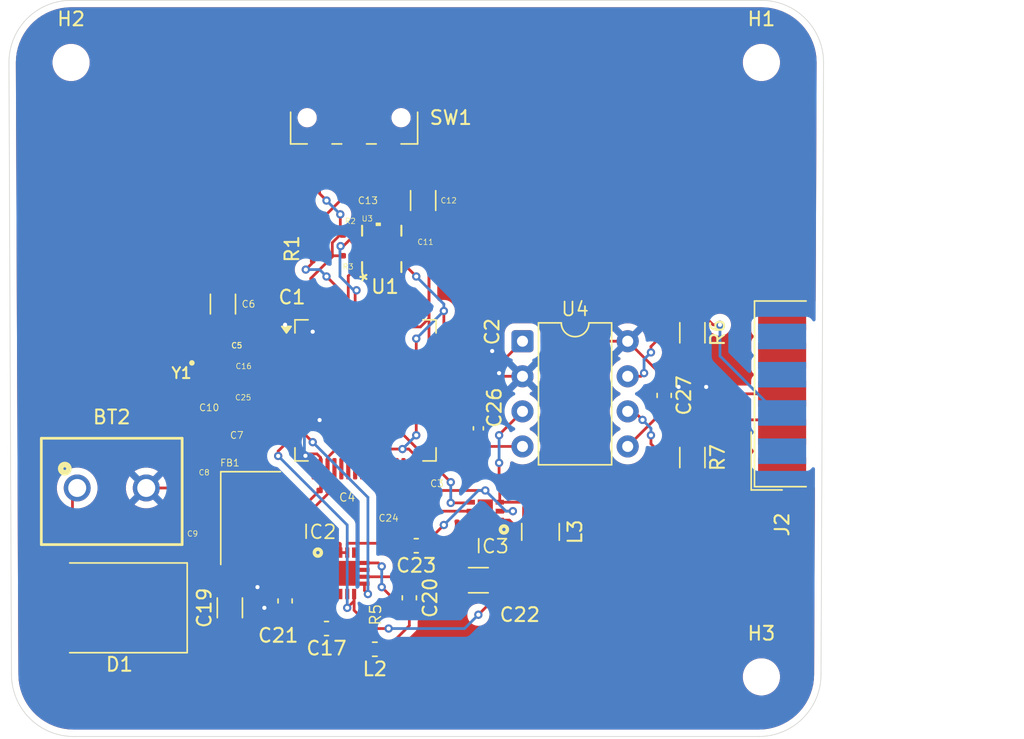
<source format=kicad_pcb>
(kicad_pcb (version 20241229) (generator "pcbnew") (generator_version "9.0")
  (layers (0 "F.Cu" signal) (2 "B.Cu" signal) (13 "F.Paste" user) (15 "B.Paste" user) (5 "F.SilkS" user "F.Silkscreen") (7 "B.SilkS" user "B.Silkscreen") (1 "F.Mask" user) (3 "B.Mask" user) (25 "Edge.Cuts" user))
  (net 0 "")
  (net 1 "+3.3V")
  (net 2 "GND")
  (net 3 "+3.3VA")
  (net 4 "/NRST")
  (net 5 "+3.3 V")
  (net 6 "Net-(U1-PH0)")
  (net 7 "Net-(C17-Pad2)")
  (net 8 "+5V")
  (net 9 "/Bat")
  (net 10 "Net-(IC2-BST)")
  (net 11 "Net-(IC2-VSW_2)")
  (net 12 "Net-(U1-VCAP_1)")
  (net 13 "Net-(U1-PH1)")
  (net 14 "/CAN_RXD")
  (net 15 "Net-(U4-SPLIT)")
  (net 18 "/PG")
  (net 25 "/EN")
  (net 26 "/BYP")
  (net 27 "Net-(IC3-SW)")
  (net 29 "Net-(U4-CANL)")
  (net 31 "Net-(U4-CANH)")
  (net 36 "/BOOT0")
  (net 37 "/SWBOOT0")
  (net 38 "/SCL")
  (net 39 "/SDA")
  (net 40 "Net-(R6-Pad2)")
  (net 47 "/CAN_TXD")
  (net 87 "Net-(BT2-+)")
  (footprint "Capacitor_SMD:C_1206_3216Metric" (layer "F.Cu") (at 102 74 -90)
    (property "Reference" "C12")
    (property "Value" "10uF")
  )
  (footprint "Custom_FP:ASM330LHHTR - IMU" (layer "F.Cu") (at 99 77.5 90)
    (property "Reference" "U3")
    (property "Value" "ASM330LHHTR - IMU" (hide yes))
  )
  (footprint "Diode_SMD:D_SMC" (layer "F.Cu") (at 80 103.5 180)
    (property "Reference" "D1")
    (property "Value" "D_Schottky")
  )
  (footprint "Capacitor_SMD:C_1206_3216Metric" (layer "F.Cu") (at 106 101.5 180)
    (property "Reference" "C22")
    (property "Value" "10uF")
  )
  (footprint "Capacitor_SMD:C_0603_1608Metric" (layer "F.Cu") (at 101.5 99 180)
    (property "Reference" "C23")
    (property "Value" "22uF")
  )
  (footprint "MountingHole:MountingHole_2.2mm_M2" (layer "F.Cu") (at 126.5 64)
    (property "Reference" "H1")
    (property "Value" "MountingHole")
  )
  (footprint "Capacitor_SMD:C_0201_0603Metric" (layer "F.Cu") (at 94.82 95 180)
    (property "Reference" "C4")
    (property "Value" "100n")
  )
  (footprint "Resistor_SMD:R_0201_0603Metric" (layer "F.Cu") (at 97.5 104.5 -90)
    (property "Reference" "R5")
    (property "Value" "10K")
  )
  (footprint "Capacitor_SMD:C_0201_0603Metric" (layer "F.Cu") (at 86.345 94.5 180)
    (property "Reference" "C8")
    (property "Value" "1u")
  )
  (footprint "Capacitor_SMD:C_0201_0603Metric" (layer "F.Cu") (at 100.5 96)
    (property "Reference" "C24")
    (property "Value" "4.7uF")
  )
  (footprint "Resistor_SMD:R_1206_3216Metric" (layer "F.Cu") (at 121.5 92.615 -90)
    (property "Reference" "R7")
    (property "Value" "60")
  )
  (footprint "Custom_FP:TPS61291DRVR" (layer "F.Cu") (at 106.5 96.5 180)
    (property "Reference" "IC3")
    (property "Value" "TPS61291DRVR" (hide yes))
  )
  (footprint "Crystal:Crystal_SMD_0603-4Pin_6.0x3.5mm" (layer "F.Cu") (at 89.5 97 -90)
    (property "Reference" "FB1")
    (property "Value" "FerriteBead")
  )
  (footprint "Inductor_SMD:L_0603_1608Metric" (layer "F.Cu") (at 98.5 106.5 180)
    (property "Reference" "L2")
    (property "Value" "4.7uH")
  )
  (footprint "Capacitor_SMD:C_0603_1608Metric" (layer "F.Cu") (at 119.4575 88.115 -90)
    (property "Reference" "C27")
    (property "Value" "4700pF")
  )
  (footprint "Capacitor_SMD:C_0201_0603Metric" (layer "F.Cu") (at 105.5 84 -90)
    (property "Reference" "C2")
    (property "Value" "100n")
  )
  (footprint "Custom_FP:OSCCC200X160X50N" (layer "F.Cu") (at 87 86.5)
    (property "Reference" "Y1")
    (property "Value" "CX2016SA16000D0GSSCC")
  )
  (footprint "Capacitor_SMD:C_0402_1005Metric" (layer "F.Cu") (at 106 90.5 -90)
    (property "Reference" "C26")
    (property "Value" "30pF")
  )
  (footprint "Capacitor_SMD:C_0201_0603Metric" (layer "F.Cu") (at 90 86 90)
    (property "Reference" "C16")
    (property "Value" "8pF")
  )
  (footprint "Resistor_SMD:R_0201_0603Metric" (layer "F.Cu") (at 96.5 76.5)
    (property "Reference" "R2")
    (property "Value" "10k")
  )
  (footprint "MountingHole:MountingHole_2.2mm_M2" (layer "F.Cu") (at 76.5 64)
    (property "Reference" "H2")
    (property "Value" "MountingHole")
  )
  (footprint "Custom_FP:TS30011-M050QFNR" (layer "F.Cu") (at 96.25 101)
    (property "Reference" "IC2")
    (property "Value" "TS30011-M050QFNR" (hide yes))
  )
  (footprint "Capacitor_SMD:C_1206_3216Metric" (layer "F.Cu") (at 87.5 81.5 -90)
    (property "Reference" "C6")
    (property "Value" "10u")
  )
  (footprint "MountingHole:MountingHole_2.2mm_M2" (layer "F.Cu") (at 126.5 108.5)
    (property "Reference" "H3")
    (property "Value" "MountingHole")
  )
  (footprint "Custom_FP:691137710002" (layer "F.Cu") (at 79.4435 94.8185)
    (property "Reference" "BT2")
    (property "Value" "Battery_Cell")
  )
  (footprint "Package_DIP:DIP-8_W7.62mm" (layer "F.Cu") (at 109.195 84.19)
    (property "Reference" "U4")
    (property "Value" "MCP2561-E-P")
  )
  (footprint "Capacitor_SMD:C_1206_3216Metric" (layer "F.Cu") (at 88 103.5 90)
    (property "Reference" "C19")
    (property "Value" "10uF")
  )
  (footprint "Capacitor_SMD:C_0603_1608Metric" (layer "F.Cu") (at 101 102.775 -90)
    (property "Reference" "C20")
    (property "Value" "200nF")
  )
  (footprint "Capacitor_SMD:C_0201_0603Metric" (layer "F.Cu") (at 101.5 95 180)
    (property "Reference" "C3")
    (property "Value" "100n")
  )
  (footprint "Resistor_SMD:R_0201_0603Metric" (layer "F.Cu") (at 96.5 78)
    (property "Reference" "R3")
    (property "Value" "10k")
  )
  (footprint "Button_Switch_SMD:SW_SPDT_CK_JS102011SAQN" (layer "F.Cu") (at 97 68 180)
    (property "Reference" "SW1")
    (property "Value" "BootSW")
  )
  (footprint "Capacitor_SMD:C_0201_0603Metric" (layer "F.Cu") (at 99.5 75)
    (property "Reference" "C13")
    (property "Value" "100nF")
  )
  (footprint "Capacitor_SMD:C_0201_0603Metric" (layer "F.Cu") (at 101 77.5 90)
    (property "Reference" "C11")
    (property "Value" "100nF")
  )
  (footprint "Capacitor_SMD:C_0201_0603Metric" (layer "F.Cu") (at 88.32 89 180)
    (property "Reference" "C10")
    (property "Value" "100n")
  )
  (footprint "Capacitor_SMD:C_0603_1608Metric" (layer "F.Cu") (at 95 105 180)
    (property "Reference" "C17")
    (property "Value" "22uF")
  )
  (footprint "Capacitor_SMD:C_0201_0603Metric" (layer "F.Cu") (at 86.18 99 180)
    (property "Reference" "C9")
    (property "Value" "1u")
  )
  (footprint "Package_QFP:LQFP-64_10x10mm_P0.5mm" (layer "F.Cu") (at 97.825 87.75)
    (property "Reference" "U1")
    (property "Value" "STM32F446RETx")
  )
  (footprint "Capacitor_SMD:C_0201_0603Metric" (layer "F.Cu") (at 90 87.5 -90)
    (property "Reference" "C25")
    (property "Value" "8pF")
  )
  (footprint "Resistor_SMD:R_1206_3216Metric" (layer "F.Cu") (at 121.5 83.5775 -90)
    (property "Reference" "R6")
    (property "Value" "60")
  )
  (footprint "Resistor_SMD:R_0201_0603Metric" (layer "F.Cu") (at 94 78 -90)
    (property "Reference" "R1")
    (property "Value" "10K")
  )
  (footprint "Capacitor_SMD:C_0201_0603Metric" (layer "F.Cu") (at 89.82 84 90)
    (property "Reference" "C5")
    (property "Value" "100n")
  )
  (footprint "Capacitor_SMD:C_0201_0603Metric" (layer "F.Cu") (at 94.18 80.5)
    (property "Reference" "C1")
    (property "Value" "100n")
  )
  (footprint "Capacitor_SMD:C_0603_1608Metric" (layer "F.Cu") (at 92 103 90)
    (property "Reference" "C21")
    (property "Value" "22uF")
  )
  (footprint "Inductor_SMD:L_1210_3225Metric" (layer "F.Cu") (at 110.5 98 -90)
    (property "Reference" "L3")
    (property "Value" "3.3uH")
  )
  (footprint "Connector_Dsub:DSUB-9_Pins_EdgeMount_P2.77mm" (layer "F.Cu") (at 128 88 90)
    (property "Reference" "J2")
    (property "Value" "DE9_Pins")
  )
  (footprint "Capacitor_SMD:C_0201_0603Metric" (layer "F.Cu") (at 90 90.82 90)
    (property "Reference" "C7")
    (property "Value" "10n")
  )
  (gr_line (start 126.5 59.5) (end 76.5 59.5) (stroke (width 0.05)) (layer "Edge.Cuts"))
  (gr_line (start 126.318019 112.818019) (end 76.681981 112.818019) (stroke (width 0.05)) (layer "Edge.Cuts"))
  (gr_line (start 131 64) (end 130.818018 108.318019) (stroke (width 0.05)) (layer "Edge.Cuts"))
  (gr_arc (start 72 64) (mid 73.318019 60.818019) (end 76.5 59.5) (stroke (width 0.05)) (layer "Edge.Cuts"))
  (gr_arc (start 126.5 59.5) (mid 129.681981 60.818019) (end 131 64) (stroke (width 0.05)) (layer "Edge.Cuts"))
  (gr_arc (start 76.681981 112.818019) (mid 73.5 111.5) (end 72.181981 108.318019) (stroke (width 0.05)) (layer "Edge.Cuts"))
  (gr_line (start 72 64) (end 72.181982 108.318019) (stroke (width 0.05)) (layer "Edge.Cuts"))
  (gr_arc (start 130.818019 108.318019) (mid 129.5 111.5) (end 126.318019 112.818019) (stroke (width 0.05)) (layer "Edge.Cuts"))
  (segment (start 96.481001 75.999) (end 97.11887 75.999) (width 0.2) (layer "F.Cu") (net 1))
  (segment (start 95.5 78) (end 96.18 78) (width 0.2) (layer "F.Cu") (net 1))
  (segment (start 99.9563 77.999999) (end 99.394244 77.999999) (width 0.2) (layer "F.Cu") (net 1))
  (segment (start 97.543699 76.5) (end 98.0437 77.000001) (width 0.2) (layer "F.Cu") (net 1))
  (segment (start 95.14 95.199999) (end 92.340999 97.999) (width 0.2) (layer "F.Cu") (net 1))
  (segment (start 95.418694 77.051476) (end 95.418694 77.918694) (width 0.2) (layer "F.Cu") (net 1))
  (segment (start 102.275 99) (end 102.275 98.725) (width 0.2) (layer "F.Cu") (net 1))
  (segment (start 97.11887 75.999) (end 97.543699 76.423829) (width 0.2) (layer "F.Cu") (net 1))
  (segment (start 101.82 95) (end 101.82 93.67) (width 0.2) (layer "F.Cu") (net 1))
  (segment (start 97.543699 76.423829) (end 97.543699 76.5) (width 0.2) (layer "F.Cu") (net 1))
  (segment (start 90.019999 84.32) (end 90.339999 84) (width 0.2) (layer "F.Cu") (net 1))
  (segment (start 103.82 83.68) (end 103.5 84) (width 0.2) (layer "F.Cu") (net 1))
  (segment (start 101 77.82) (end 100.69899 78.12101) (width 0.2) (layer "F.Cu") (net 1))
  (segment (start 100.958824 92) (end 100.5 92) (width 0.2) (layer "F.Cu") (net 1))
  (segment (start 98.0437 77.000001) (end 98.609759 77.000001) (width 0.2) (layer "F.Cu") (net 1))
  (segment (start 95.075 92.616176) (end 95.075 93.425) (width 0.2) (layer "F.Cu") (net 1))
  (segment (start 98.609759 77.000001) (end 98.75 77.140242) (width 0.2) (layer "F.Cu") (net 1))
  (segment (start 94.5 73.5) (end 95 74) (width 0.2) (layer "F.Cu") (net 1))
  (segment (start 103.5 82) (end 103.5 84) (width 0.2) (layer "F.Cu") (net 1))
  (segment (start 94.5 70.75) (end 94.5 73.5) (width 0.2) (layer "F.Cu") (net 1))
  (segment (start 100.820001 77.999999) (end 101 77.82) (width 0.2) (layer "F.Cu") (net 1))
  (segment (start 102.275 98.725) (end 103.5 97.5) (width 0.2) (layer "F.Cu") (net 1))
  (segment (start 96.18 76.300001) (end 96.481001 75.999) (width 0.2) (layer "F.Cu") (net 1))
  (segment (start 95.14 95) (end 95.075 94.935) (width 0.2) (layer "F.Cu") (net 1))
  (segment (start 99.25 78.144243) (end 99.25 78.7103) (width 0.2) (layer "F.Cu") (net 1))
  (segment (start 96.18 76.5) (end 95.97017 76.5) (width 0.2) (layer "F.Cu") (net 1))
  (segment (start 92.340999 97.999) (end 89.501 97.999) (width 0.2) (layer "F.Cu") (net 1))
  (segment (start 88.1 99) (end 88.3 99.2) (width 0.2) (layer "F.Cu") (net 1))
  (segment (start 95.97017 76.5) (end 95.418694 77.051476) (width 0.2) (layer "F.Cu") (net 1))
  (segment (start 98.75 77.140242) (end 98.75 78.7103) (width 0.2) (layer "F.Cu") (net 1))
  (segment (start 95.5 78) (end 93.86 79.64) (width 0.2) (layer "F.Cu") (net 1))
  (segment (start 87.5 80.025) (end 93.385 80.025) (width 0.2) (layer "F.Cu") (net 1))
  (segment (start 93.86 81.86) (end 93.86 80.5) (width 0.2) (layer "F.Cu") (net 1))
  (segment (start 101.82 93.67) (end 101.575 93.425) (width 0.2) (layer "F.Cu") (net 1))
  (segment (start 99.394244 77.999999) (end 99.25 78.144243) (width 0.2) (layer "F.Cu") (net 1))
  (segment (start 89.82 84.32) (end 90.019999 84.32) (width 0.2) (layer "F.Cu") (net 1))
  (segment (start 100.5 92) (end 95.691176 92) (width 0.2) (layer "F.Cu") (net 1))
  (segment (start 96.18 76.5) (end 96.18 76.300001) (width 0.2) (layer "F.Cu") (net 1))
  (segment (start 86.5 99) (end 88.1 99) (width 0.2) (layer "F.Cu") (net 1))
  (segment (start 95.691176 92) (end 95.075 92.616176) (width 0.2) (layer "F.Cu") (net 1))
  (segment (start 105.5 83.68) (end 103.82 83.68) (width 0.2) (layer "F.Cu") (net 1))
  (segment (start 101.82 95) (end 106.5 95) (width 0.2) (layer "F.Cu") (net 1))
  (segment (start 94.075 82.075) (end 92.15 84) (width 0.2) (layer "F.Cu") (net 1))
  (segment (start 93.86 79.64) (end 93.86 80.5) (width 0.2) (layer "F.Cu") (net 1))
  (segment (start 93.385 80.025) (end 93.86 80.5) (width 0.2) (layer "F.Cu") (net 1))
  (segment (start 99.25 78.7103) (end 98.75 78.7103) (width 0.2) (layer "F.Cu") (net 1))
  (segment (start 95.14 95) (end 95.14 95.199999) (width 0.2) (layer "F.Cu") (net 1))
  (segment (start 89.501 97.999) (end 88.3 99.2) (width 0.2) (layer "F.Cu") (net 1))
  (segment (start 96 75) (end 96 76.32) (width 0.2) (layer "F.Cu") (net 1))
  (segment (start 90.339999 84) (end 92.15 84) (width 0.2) (layer "F.Cu") (net 1))
  (segment (start 94.075 82.075) (end 93.86 81.86) (width 0.2) (layer "F.Cu") (net 1))
  (segment (start 101.575 93.425) (end 101.575 92.616176) (width 0.2) (layer "F.Cu") (net 1))
  (segment (start 95.418694 77.918694) (end 95.5 78) (width 0.2) (layer "F.Cu") (net 1))
  (segment (start 101.575 92.616176) (end 100.958824 92) (width 0.2) (layer "F.Cu") (net 1))
  (segment (start 96 76.32) (end 96.18 76.5) (width 0.2) (layer "F.Cu") (net 1))
  (segment (start 101.5 91) (end 101.5 84) (width 0.2) (layer "F.Cu") (net 1))
  (segment (start 95.075 94.935) (end 95.075 93.425) (width 0.2) (layer "F.Cu") (net 1))
  (segment (start 108.5 96.5) (end 107.55 96.5) (width 0.2) (layer "F.Cu") (net 1))
  (segment (start 99.9563 77.999999) (end 100.820001 77.999999) (width 0.2) (layer "F.Cu") (net 1))
  (segment (start 100.69899 78.69899) (end 101.5 79.5) (width 0.2) (layer "F.Cu") (net 1))
  (segment (start 100.69899 78.12101) (end 100.69899 78.69899) (width 0.2) (layer "F.Cu") (net 1))
  (via (at 95 74) (size 0.6) (drill 0.3) (layers "F.Cu" "B.Cu") (net 1))
  (via (at 101.5 84) (size 0.6) (drill 0.3) (layers "F.Cu" "B.Cu") (net 1))
  (via (at 103.5 97.5) (size 0.6) (drill 0.3) (layers "F.Cu" "B.Cu") (net 1))
  (via (at 96 75) (size 0.6) (drill 0.3) (layers "F.Cu" "B.Cu") (net 1))
  (via (at 100.5 92) (size 0.6) (drill 0.3) (layers "F.Cu" "B.Cu") (net 1))
  (via (at 101.5 91) (size 0.6) (drill 0.3) (layers "F.Cu" "B.Cu") (net 1))
  (via (at 108.5 96.5) (size 0.6) (drill 0.3) (layers "F.Cu" "B.Cu") (net 1))
  (via (at 106.5 95) (size 0.6) (drill 0.3) (layers "F.Cu" "B.Cu") (net 1))
  (via (at 103.5 82) (size 0.6) (drill 0.3) (layers "F.Cu" "B.Cu") (net 1))
  (via (at 101.5 79.5) (size 0.6) (drill 0.3) (layers "F.Cu" "B.Cu") (net 1))
  (segment (start 106.5 95) (end 108 96.5) (width 0.2) (layer "B.Cu") (net 1))
  (segment (start 108 96.5) (end 108.5 96.5) (width 0.2) (layer "B.Cu") (net 1))
  (segment (start 106 95) (end 106.5 95) (width 0.2) (layer "B.Cu") (net 1))
  (segment (start 103.5 81.5) (end 103.5 82) (width 0.2) (layer "B.Cu") (net 1))
  (segment (start 103.5 97.5) (end 106 95) (width 0.2) (layer "B.Cu") (net 1))
  (segment (start 101.5 84) (end 103.5 82) (width 0.2) (layer "B.Cu") (net 1))
  (segment (start 100.5 92) (end 101.5 91) (width 0.2) (layer "B.Cu") (net 1))
  (segment (start 101.5 79.5) (end 103.5 81.5) (width 0.2) (layer "B.Cu") (net 1))
  (segment (start 96 75) (end 95 74) (width 0.2) (layer "B.Cu") (net 1))
  (segment (start 94.307824 92.349) (end 93.613728 92.349) (width 0.2) (layer "F.Cu") (net 2))
  (segment (start 92.15 89.5) (end 94.1 89.5) (width 0.2) (layer "F.Cu") (net 2))
  (segment (start 101.18 95) (end 101.075 94.895) (width 0.2) (layer "F.Cu") (net 2))
  (segment (start 88.205 83.68) (end 87.5 82.975) (width 0.2) (layer "F.Cu") (net 2))
  (segment (start 106 88) (end 107.5 86.5) (width 0.2) (layer "F.Cu") (net 2))
  (segment (start 93.613728 92.349) (end 93.474399 92.488329) (width 0.2) (layer "F.Cu") (net 2))
  (segment (start 90.5 83) (end 92 83) (width 0.2) (layer "F.Cu") (net 2))
  (segment (start 90 102) (end 93.176 98.824) (width 0.2) (layer "F.Cu") (net 2))
  (segment (start 89.975 102.025) (end 88 102.025) (width 0.2) (layer "F.Cu") (net 2))
  (segment (start 105.45 97.15) (end 105.45 100.575) (width 0.2) (layer "F.Cu") (net 2))
  (segment (start 90 87.18) (end 90 86.32) (width 0.2) (layer "F.Cu") (net 2))
  (segment (start 94.575 93.425) (end 94.575 92.616176) (width 0.2) (layer "F.Cu") (net 2))
  (segment (start 88.659001 96.001) (end 85.86 98.800001) (width 0.2) (layer "F.Cu") (net 2))
  (segment (start 93.499 96.001) (end 88.659001 96.001) (width 0.2) (layer "F.Cu") (net 2))
  (segment (start 99.9563 77.000001) (end 99.394244 77.000001) (width 0.2) (layer "F.Cu") (net 2))
  (segment (start 105.45 100.575) (end 104.525 101.5) (width 0.2) (layer "F.Cu") (net 2))
  (segment (start 105.45 96.5) (end 106.5 96.5) (width 0.2) (layer "F.Cu") (net 2))
  (segment (start 94.575 80.575) (end 94.575 82.075) (width 0.2) (layer "F.Cu") (net 2))
  (segment (start 101 76.475) (end 101 77.18) (width 0.2) (layer "F.Cu") (net 2))
  (segment (start 94.842176 83.151) (end 101.807824 83.151) (width 0.2) (layer "F.Cu") (net 2))
  (segment (start 119.4575 87.34) (end 120.34 87.34) (width 0.2) (layer "F.Cu") (net 2))
  (segment (start 111.735 84.19) (end 109.195 86.73) (width 0.2) (layer "F.Cu") (net 2))
  (segment (start 94.5 95) (end 94.575 94.925) (width 0.2) (layer "F.Cu") (net 2))
  (segment (start 96 99.5) (end 96.5 99.5) (width 0.2) (layer "F.Cu") (net 2))
  (segment (start 89.01 87.18) (end 87.59 85.76) (width 0.2) (layer "F.Cu") (net 2))
  (segment (start 90 102) (end 89.975 102.025) (width 0.2) (layer "F.Cu") (net 2))
  (segment (start 100.725 96.095) (end 100.82 96) (width 0.2) (layer "F.Cu") (net 2))
  (segment (start 95.951 98.824) (end 96 98.873) (width 0.2) (layer "F.Cu") (net 2))
  (segment (start 91.775 102.225) (end 90.5 103.5) (width 0.2) (layer "F.Cu") (net 2))
  (segment (start 101 77.18) (end 100.136299 77.18) (width 0.2) (layer "F.Cu") (net 2))
  (segment (start 96.5 98.873) (end 96.5 99.5) (width 0.2) (layer "F.Cu") (net 2))
  (segment (start 99.18 71.07) (end 99.18 75) (width 0.2) (layer "F.Cu") (net 2))
  (segment (start 85.774 84.701) (end 85.774 86.604) (width 0.2) (layer "F.Cu") (net 2))
  (segment (start 107.73 86.73) (end 107.5 86.5) (width 0.2) (layer "F.Cu") (net 2))
  (segment (start 99.25 76.855757) (end 99.25 76.2897) (width 0.2) (layer "F.Cu") (net 2))
  (segment (start 88 88.83) (end 86.41 87.24) (width 0.2) (layer "F.Cu") (net 2))
  (segment (start 89.300001 90.5) (end 88 89.199999) (width 0.2) (layer "F.Cu") (net 2))
  (segment (start 81.9435 94.8185) (end 85.7065 94.8185) (width 0.2) (layer "F.Cu") (net 2))
  (segment (start 94.575 94.925) (end 94.575 93.425) (width 0.2) (layer "F.Cu") (net 2))
  (segment (start 102.424 82.534824) (end 102.424 78.44413) (width 0.2) (layer "F.Cu") (net 2))
  (segment (start 107 84.9) (end 106.08 84.9) (width 0.2) (layer "F.Cu") (net 2))
  (segment (start 94.575 92.616176) (end 94.307824 92.349) (width 0.2) (layer "F.Cu") (net 2))
  (segment (start 85.7065 94.8185) (end 86.025 94.5) (width 0.2) (layer "F.Cu") (net 2))
  (segment (start 101.15987 77.18) (end 102.424 78.44413) (width 0.2) (layer "F.Cu") (net 2))
  (segment (start 100.82 95.559999) (end 100.82 96) (width 0.2) (layer "F.Cu") (net 2))
  (segment (start 90 90.5) (end 91 89.5) (width 0.2) (layer "F.Cu") (net 2))
  (segment (start 99.25 75.07) (end 99.25 76.2897) (width 0.2) (layer "F.Cu") (net 2))
  (segment (start 100.725 99) (end 100.725 96.095) (width 0.2) (layer "F.Cu") (net 2))
  (segment (start 94.624 82.932824) (end 94.842176 83.151) (width 0.2) (layer "F.Cu") (net 2))
  (segment (start 101.18 95.199999) (end 101.18 95) (width 0.2) (layer "F.Cu") (net 2))
  (segment (start 122.5 87.5) (end 123 88) (width 0.2) (layer "F.Cu") (net 2))
  (segment (start 89.82 83.68) (end 90.5 83) (width 0.2) (layer "F.Cu") (net 2))
  (segment (start 105.45 97.15) (end 105.45 96.5) (width 0.2) (layer "F.Cu") (net 2))
  (segment (start 87.59 86.06) (end 86.41 87.24) (width 0.2) (layer "F.Cu") (net 2))
  (segment (start 93.176 98.824) (end 95.951 98.824) (width 0.2) (layer "F.Cu") (net 2))
  (segment (start 106 90.02) (end 106 88) (width 0.2) (layer "F.Cu") (net 2))
  (segment (start 101 77.18) (end 101.15987 77.18) (width 0.2) (layer "F.Cu") (net 2))
  (segment (start 102.480001 96.5) (end 101.18 95.199999) (width 0.2) (layer "F.Cu") (net 2))
  (segment (start 102.424 78.44413) (end 102.424 84.232824) (width 0.2) (layer "F.Cu") (net 2))
  (segment (start 94.624 80.624) (end 94.624 82.932824) (width 0.2) (layer "F.Cu") (net 2))
  (segment (start 96 98.873) (end 96 99.5) (width 0.2) (layer "F.Cu") (net 2))
  (segment (start 88 89) (end 88 88.83) (width 0.2) (layer "F.Cu") (net 2))
  (segment (start 101 77.18) (end 100.2763 77.18) (width 0.2) (layer "F.Cu") (net 2))
  (segment (start 120.34 87.34) (end 120.5 87.5) (width 0.2) (layer "F.Cu") (net 2))
  (segment (start 100.136299 77.18) (end 99.9563 77.000001) (width 0.2) (layer "F.Cu") (net 2))
  (segment (start 94 83.5) (end 94.575 82.925) (width 0.2) (layer "F.Cu") (net 2))
  (segment (start 106.08 84.9) (end 105.5 84.32) (width 0.2) (layer "F.Cu") (net 2))
  (segment (start 101.807824 83.151) (end 102.424 82.534824) (width 0.2) (layer "F.Cu") (net 2))
  (segment (start 119.4575 86.8325) (end 116.815 84.19) (width 0.2) (layer "F.Cu") (net 2))
  (segment (start 100.549 98.824) (end 96.549 98.824) (width 0.2) (layer "F.Cu") (net 2))
  (segment (start 94.5 80.5) (end 94.624 80.624) (width 0.2) (layer "F.Cu") (net 2))
  (segment (start 86.025 94.5) (end 86.025 98.635001) (width 0.2) (layer "F.Cu") (net 2))
  (segment (start 94.5 95) (end 93.499 96.001) (width 0.2) (layer "F.Cu") (net 2))
  (segment (start 105.32 84.5) (end 103.5 84.5) (width 0.2) (layer "F.Cu") (net 2))
  (segment (start 92 102.225) (end 91.775 102.225) (width 0.2) (layer "F.Cu") (net 2))
  (segment (start 86.025 98.635001) (end 85.86 98.800001) (width 0.2) (layer "F.Cu") (net 2))
  (segment (start 109.195 86.73) (end 107.73 86.73) (width 0.2) (layer "F.Cu") (net 2))
  (segment (start 88 89.199999) (end 88 89) (width 0.2) (layer "F.Cu") (net 2))
  (segment (start 85.86 98.800001) (end 85.86 99) (width 0.2) (layer "F.Cu") (net 2))
  (segment (start 123 88) (end 128 88) (width 0.2) (layer "F.Cu") (net 2))
  (segment (start 116.815 84.19) (end 111.735 84.19) (width 0.2) (layer "F.Cu") (net 2))
  (segment (start 96.549 98.824) (end 96.5 98.873) (width 0.2) (layer "F.Cu") (net 2))
  (segment (start 101.075 94.895) (end 101.075 93.425) (width 0.2) (layer "F.Cu") (net 2))
  (segment (start 90 90.5) (end 89.300001 90.5) (width 0.2) (layer "F.Cu") (net 2))
  (segment (start 102.691176 84.5) (end 103.5 84.5) (width 0.2) (layer "F.Cu") (net 2))
  (segment (start 85.774 86.604) (end 86.41 87.24) (width 0.2) (layer "F.Cu") (net 2))
  (segment (start 94.5 80.5) (end 94.575 80.575) (width 0.2) (layer "F.Cu") (net 2))
  (segment (start 92.475 101.75) (end 92 102.225) (width 0.2) (layer "F.Cu") (net 2))
  (segment (start 99.5 70.75) (end 99.18 71.07) (width 0.2) (layer "F.Cu") (net 2))
  (segment (start 87.59 85.76) (end 87.59 86.06) (width 0.2) (layer "F.Cu") (net 2))
  (segment (start 94.575 82.925) (end 94.575 82.075) (width 0.2) (layer "F.Cu") (net 2))
  (segment (start 100.2763 77.18) (end 99.9563 77.5) (width 0.2) (layer "F.Cu") (net 2))
  (segment (start 89.82 83.68) (end 88.205 83.68) (width 0.2) (layer "F.Cu") (net 2))
  (segment (start 102 75.475) (end 101 76.475) (width 0.2) (layer "F.Cu") (net 2))
  (segment (start 101.18 95.199999) (end 100.82 95.559999) (width 0.2) (layer "F.Cu") (net 2))
  (segment (start 99.18 75) (end 99.25 75.07) (width 0.2) (layer "F.Cu") (net 2))
  (segment (start 91 89.5) (end 92.15 89.5) (width 0.2) (layer "F.Cu") (net 2))
  (segment (start 94.1 89.5) (end 94.5 89.9) (width 0.2) (layer "F.Cu") (net 2))
  (segment (start 85.86 99) (end 85.86 99.885) (width 0.2) (layer "F.Cu") (net 2))
  (segment (start 99.394244 77.000001) (end 99.25 76.855757) (width 0.2) (layer "F.Cu") (net 2))
  (segment (start 85.86 99.885) (end 88 102.025) (width 0.2) (layer "F.Cu") (net 2))
  (segment (start 100.725 99) (end 100.549 98.824) (width 0.2) (layer "F.Cu") (net 2))
  (segment (start 105.45 96.5) (end 102.480001 96.5) (width 0.2) (layer "F.Cu") (net 2))
  (segment (start 87.5 82.975) (end 85.774 84.701) (width 0.2) (layer "F.Cu") (net 2))
  (segment (start 119.4575 87.34) (end 119.4575 86.8325) (width 0.2) (layer "F.Cu") (net 2))
  (segment (start 102.424 84.232824) (end 102.691176 84.5) (width 0.2) (layer "F.Cu") (net 2))
  (segment (start 105.5 84.32) (end 105.32 84.5) (width 0.2) (layer "F.Cu") (net 2))
  (segment (start 94.75 101.75) (end 92.475 101.75) (width 0.2) (layer "F.Cu") (net 2))
  (segment (start 90 87.18) (end 89.01 87.18) (width 0.2) (layer "F.Cu") (net 2))
  (via (at 94.5 89.9) (size 0.6) (drill 0.3) (layers "F.Cu" "B.Cu") (net 2))
  (via (at 107 84.9) (size 0.6) (drill 0.3) (layers "F.Cu" "B.Cu") (net 2))
  (via (at 90 102) (size 0.6) (drill 0.3) (layers "F.Cu" "B.Cu") (net 2))
  (via (at 94 83.5) (size 0.6) (drill 0.3) (layers "F.Cu" "B.Cu") (net 2))
  (via (at 90.5 103.5) (size 0.6) (drill 0.3) (layers "F.Cu" "B.Cu") (net 2))
  (via (at 120.5 87.5) (size 0.6) (drill 0.3) (layers "F.Cu" "B.Cu") (net 2))
  (via (at 107.5 86.5) (size 0.6) (drill 0.3) (layers "F.Cu" "B.Cu") (net 2))
  (via (at 122.5 87.5) (size 0.6) (drill 0.3) (layers "F.Cu" "B.Cu") (net 2))
  (via (at 92 83) (size 0.6) (drill 0.3) (layers "F.Cu" "B.Cu") (net 2))
  (via (at 93.474399 92.488329) (size 0.6) (drill 0.3) (layers "F.Cu" "B.Cu") (net 2))
  (segment (start 93.5 83) (end 94 83.5) (width 0.2) (layer "B.Cu") (net 2))
  (segment (start 93.474399 92.497741) (end 93.474399 92.488329) (width 0.2) (layer "B.Cu") (net 2))
  (segment (start 94.5 89.9) (end 93.399 91.001) (width 0.2) (layer "B.Cu") (net 2))
  (segment (start 90.5 103.5) (end 90.5 102.5) (width 0.2) (layer "B.Cu") (net 2))
  (segment (start 90.5 102.5) (end 90 102) (width 0.2) (layer "B.Cu") (net 2))
  (segment (start 107.5 85.4) (end 107 84.9) (width 0.2) (layer "B.Cu") (net 2))
  (segment (start 93.5 92.5) (end 93.476658 92.5) (width 0.2) (layer "B.Cu") (net 2))
  (segment (start 122.5 87.5) (end 120.5 87.5) (width 0.2) (layer "B.Cu") (net 2))
  (segment (start 93.399 91.001) (end 93.399 92.399) (width 0.2) (layer "B.Cu") (net 2))
  (segment (start 93.476658 92.5) (end 93.474399 92.497741) (width 0.2) (layer "B.Cu") (net 2))
  (segment (start 93.399 92.399) (end 93.5 92.5) (width 0.2) (layer "B.Cu") (net 2))
  (segment (start 107.5 86.5) (end 107.5 85.4) (width 0.2) (layer "B.Cu") (net 2))
  (segment (start 92 83) (end 93.5 83) (width 0.2) (layer "B.Cu") (net 2))
  (segment (start 90 93.1) (end 88.3 94.8) (width 0.2) (layer "F.Cu") (net 3))
  (segment (start 90 91.14) (end 90.201176 91.14) (width 0.2) (layer "F.Cu") (net 3))
  (segment (start 90 91.14) (end 90 93.1) (width 0.2) (layer "F.Cu") (net 3))
  (segment (start 86.665 94.5) (end 88 94.5) (width 0.2) (layer "F.Cu") (net 3))
  (segment (start 88 94.5) (end 88.3 94.8) (width 0.2) (layer "F.Cu") (net 3))
  (segment (start 91.341176 90) (end 92.15 90) (width 0.2) (layer "F.Cu") (net 3))
  (segment (start 90.201176 91.14) (end 91.341176 90) (width 0.2) (layer "F.Cu") (net 3))
  (segment (start 91.341176 87) (end 92.15 87) (width 0.2) (layer "F.Cu") (net 4))
  (segment (start 89.806824 89) (end 91.074 87.732824) (width 0.2) (layer "F.Cu") (net 4))
  (segment (start 88.64 89) (end 89.806824 89) (width 0.2) (layer "F.Cu") (net 4))
  (segment (start 91.074 87.732824) (end 91.074 87.267176) (width 0.2) (layer "F.Cu") (net 4))
  (segment (start 91.074 87.267176) (end 91.341176 87) (width 0.2) (layer "F.Cu") (net 4))
  (segment (start 99.82 74.705) (end 99.82 75) (width 0.2) (layer "F.Cu") (net 5))
  (segment (start 99.82 76.219701) (end 99.750001 76.2897) (width 0.2) (layer "F.Cu") (net 5))
  (segment (start 102 72.525) (end 99.82 74.705) (width 0.2) (layer "F.Cu") (net 5))
  (segment (start 99.82 75) (end 99.82 76.219701) (width 0.2) (layer "F.Cu") (net 5))
  (segment (start 89.334 85.014) (end 87.156 85.014) (width 0.2) (layer "F.Cu") (net 6))
  (segment (start 90 85.68) (end 89.334 85.014) (width 0.2) (layer "F.Cu") (net 6))
  (segment (start 87.156 85.014) (end 86.41 85.76) (width 0.2) (layer "F.Cu") (net 6))
  (segment (start 90 85.68) (end 91.021176 85.68) (width 0.2) (layer "F.Cu") (net 6))
  (segment (start 91.341176 86) (end 92.15 86) (width 0.2) (layer "F.Cu") (net 6))
  (segment (start 91.021176 85.68) (end 91.341176 86) (width 0.2) (layer "F.Cu") (net 6))
  (segment (start 92 103.775) (end 93 103.775) (width 0.2) (layer "F.Cu") (net 7))
  (segment (start 93 103.775) (end 94.225 105) (width 0.2) (layer "F.Cu") (net 7))
  (segment (start 110.63616 101.5) (end 112.126 100.01016) (width 0.2) (layer "F.Cu") (net 8))
  (segment (start 107.5 93) (end 107.5 94) (width 0.2) (layer "F.Cu") (net 8))
  (segment (start 95.5 102.5) (end 95.5 104.725) (width 0.2) (layer "F.Cu") (net 8))
  (segment (start 110.5 96.6) (end 109.75 95.85) (width 0.2) (layer "F.Cu") (net 8))
  (segment (start 107.475 102.525) (end 106 104) (width 0.2) (layer "F.Cu") (net 8))
  (segment (start 109.75 95.85) (end 107.55 95.85) (width 0.2) (layer "F.Cu") (net 8))
  (segment (start 107.55 94.05) (end 107.55 95.85) (width 0.2) (layer "F.Cu") (net 8))
  (segment (start 97.7125 106.5) (end 97.7125 105.0325) (width 0.2) (layer "F.Cu") (net 8))
  (segment (start 107.5 90.965) (end 107.5 91) (width 0.2) (layer "F.Cu") (net 8))
  (segment (start 97.5 104.82) (end 97.68 105) (width 0.2) (layer "F.Cu") (net 8))
  (segment (start 112.126 100.01016) (end 112.126 98.226) (width 0.2) (layer "F.Cu") (net 8))
  (segment (start 107.5 94) (end 107.55 94.05) (width 0.2) (layer "F.Cu") (net 8))
  (segment (start 97.68 105) (end 99.5 105) (width 0.2) (layer "F.Cu") (net 8))
  (segment (start 107.475 101.5) (end 107.475 102.525) (width 0.2) (layer "F.Cu") (net 8))
  (segment (start 97.32 105) (end 97.5 104.82) (width 0.2) (layer "F.Cu") (net 8))
  (segment (start 109.195 89.27) (end 107.5 90.965) (width 0.2) (layer "F.Cu") (net 8))
  (segment (start 107.475 101.5) (end 110.63616 101.5) (width 0.2) (layer "F.Cu") (net 8))
  (segment (start 112.126 98.226) (end 110.5 96.6) (width 0.2) (layer "F.Cu") (net 8))
  (segment (start 95.5 104.725) (end 95.775 105) (width 0.2) (layer "F.Cu") (net 8))
  (segment (start 95.775 105) (end 97.32 105) (width 0.2) (layer "F.Cu") (net 8))
  (segment (start 97.7125 105.0325) (end 97.5 104.82) (width 0.2) (layer "F.Cu") (net 8))
  (via (at 107.5 93) (size 0.6) (drill 0.3) (layers "F.Cu" "B.Cu") (net 8))
  (via (at 107.5 91) (size 0.6) (drill 0.3) (layers "F.Cu" "B.Cu") (net 8))
  (via (at 106 104) (size 0.6) (drill 0.3) (layers "F.Cu" "B.Cu") (net 8))
  (via (at 99.5 105) (size 0.6) (drill 0.3) (layers "F.Cu" "B.Cu") (net 8))
  (segment (start 107.5 91) (end 107.5 93) (width 0.2) (layer "B.Cu") (net 8))
  (segment (start 99.5 105) (end 105 105) (width 0.2) (layer "B.Cu") (net 8))
  (segment (start 105 105) (end 106 104) (width 0.2) (layer "B.Cu") (net 8))
  (segment (start 83.4 103.5) (end 83.5 103.5) (width 0.2) (layer "F.Cu") (net 9))
  (segment (start 83.5 103.5) (end 84.975 104.975) (width 0.2) (layer "F.Cu") (net 9))
  (segment (start 84.975 104.975) (end 88 104.975) (width 0.2) (layer "F.Cu") (net 9))
  (segment (start 87.975 105) (end 88 104.975) (width 0.2) (layer "F.Cu") (net 9))
  (segment (start 92.225 100.75) (end 88 104.975) (width 0.2) (layer "F.Cu") (net 9))
  (segment (start 94.75 100.75) (end 92.225 100.75) (width 0.2) (layer "F.Cu") (net 9))
  (segment (start 101 102) (end 100.25 101.25) (width 0.2) (layer "F.Cu") (net 10))
  (segment (start 100.25 101.25) (end 97.75 101.25) (width 0.2) (layer "F.Cu") (net 10))
  (segment (start 98.75 100.25) (end 97.75 100.25) (width 0.2) (layer "F.Cu") (net 11))
  (segment (start 100.55 103.55) (end 99 102) (width 0.2) (layer "F.Cu") (net 11))
  (segment (start 101 104.7875) (end 99.2875 106.5) (width 0.2) (layer "F.Cu") (net 11))
  (segment (start 101 103.55) (end 100.55 103.55) (width 0.2) (layer "F.Cu") (net 11))
  (segment (start 99 100.5) (end 98.75 100.25) (width 0.2) (layer "F.Cu") (net 11))
  (segment (start 101 103.55) (end 101 104.7875) (width 0.2) (layer "F.Cu") (net 11))
  (via (at 99 100.5) (size 0.6) (drill 0.3) (layers "F.Cu" "B.Cu") (net 11))
  (via (at 99 102) (size 0.6) (drill 0.3) (layers "F.Cu" "B.Cu") (net 11))
  (segment (start 99 102) (end 99 100.5) (width 0.2) (layer "B.Cu") (net 11))
  (segment (start 100.575 94.233824) (end 100.575 93.425) (width 0.2) (layer "F.Cu") (net 12))
  (segment (start 100.18 94.628824) (end 100.575 94.233824) (width 0.2) (layer "F.Cu") (net 12))
  (segment (start 100.18 96) (end 100.18 94.628824) (width 0.2) (layer "F.Cu") (net 12))
  (segment (start 90.199999 87.82) (end 90 87.82) (width 0.2) (layer "F.Cu") (net 13))
  (segment (start 91.274076 86.5) (end 92.15 86.5) (width 0.2) (layer "F.Cu") (net 13))
  (segment (start 90.673 87.101076) (end 91.274076 86.5) (width 0.2) (layer "F.Cu") (net 13))
  (segment (start 90.199999 87.82) (end 90.673 87.346999) (width 0.2) (layer "F.Cu") (net 13))
  (segment (start 88.17 87.82) (end 87.59 87.24) (width 0.2) (layer "F.Cu") (net 13))
  (segment (start 90.673 87.346999) (end 90.673 87.101076) (width 0.2) (layer "F.Cu") (net 13))
  (segment (start 90 87.82) (end 88.17 87.82) (width 0.2) (layer "F.Cu") (net 13))
  (segment (start 104.576 86.267176) (end 104.308824 86) (width 0.2) (layer "F.Cu") (net 14))
  (segment (start 106.83 91.81) (end 106 90.98) (width 0.2) (layer "F.Cu") (net 14))
  (segment (start 109.195 91.81) (end 106.83 91.81) (width 0.2) (layer "F.Cu") (net 14))
  (segment (start 104.308824 86) (end 103.5 86) (width 0.2) (layer "F.Cu") (net 14))
  (segment (start 106 90.98) (end 104.576 89.556) (width 0.2) (layer "F.Cu") (net 14))
  (segment (start 104.576 89.556) (end 104.576 86.267176) (width 0.2) (layer "F.Cu") (net 14))
  (segment (start 119.4575 89.1675) (end 116.815 91.81) (width 0.2) (layer "F.Cu") (net 15))
  (segment (start 119.4575 88.89) (end 119.4575 89.1675) (width 0.2) (layer "F.Cu") (net 15))
  (segment (start 97 103.68) (end 97.5 104.18) (width 0.2) (layer "F.Cu") (net 18))
  (segment (start 91.5 92.5) (end 91.5 92.15) (width 0.2) (layer "F.Cu") (net 18))
  (segment (start 97 103) (end 97 103.68) (width 0.2) (layer "F.Cu") (net 18))
  (segment (start 97 103) (end 96.5 103.5) (width 0.2) (layer "F.Cu") (net 18))
  (segment (start 91.5 92.15) (end 92.15 91.5) (width 0.2) (layer "F.Cu") (net 18))
  (segment (start 97 102.5) (end 97 103) (width 0.2) (layer "F.Cu") (net 18))
  (via (at 96.5 103.5) (size 0.6) (drill 0.3) (layers "F.Cu" "B.Cu") (net 18))
  (via (at 91.5 92.5) (size 0.6) (drill 0.3) (layers "F.Cu" "B.Cu") (net 18))
  (segment (start 96.5 103.5) (end 96.5 97.5) (width 0.2) (layer "B.Cu") (net 18))
  (segment (start 96.5 97.5) (end 91.5 92.5) (width 0.2) (layer "B.Cu") (net 18))
  (segment (start 97.75 102.25) (end 98 102.5) (width 0.2) (layer "F.Cu") (net 25))
  (segment (start 93.5 91) (end 92.15 91) (width 0.2) (layer "F.Cu") (net 25))
  (segment (start 97.75 101.75) (end 97.75 102.25) (width 0.2) (layer "F.Cu") (net 25))
  (segment (start 94 91.5) (end 93.5 91) (width 0.2) (layer "F.Cu") (net 25))
  (via (at 98 102.5) (size 0.6) (drill 0.3) (layers "F.Cu" "B.Cu") (net 25))
  (via (at 94 91.5) (size 0.6) (drill 0.3) (layers "F.Cu" "B.Cu") (net 25))
  (segment (start 98 95.5) (end 94 91.5) (width 0.2) (layer "B.Cu") (net 25))
  (segment (start 98 102.5) (end 98 95.5) (width 0.2) (layer "B.Cu") (net 25))
  (segment (start 105.4 95.9) (end 105.45 95.85) (width 0.2) (layer "F.Cu") (net 26))
  (segment (start 92.15 90.5) (end 100.1 90.5) (width 0.2) (layer "F.Cu") (net 26))
  (segment (start 104 95.9) (end 105.4 95.9) (width 0.2) (layer "F.Cu") (net 26))
  (segment (start 100.1 90.5) (end 104 94.4) (width 0.2) (layer "F.Cu") (net 26))
  (via (at 104 94.4) (size 0.6) (drill 0.3) (layers "F.Cu" "B.Cu") (net 26))
  (via (at 104 95.9) (size 0.6) (drill 0.3) (layers "F.Cu" "B.Cu") (net 26))
  (segment (start 104 94.4) (end 104 95.9) (width 0.2) (layer "B.Cu") (net 26))
  (segment (start 110.5 99.4) (end 108.25 97.15) (width 0.2) (layer "F.Cu") (net 27))
  (segment (start 108.25 97.15) (end 107.55 97.15) (width 0.2) (layer "F.Cu") (net 27))
  (segment (start 128 89.885) (end 125.15 89.885) (width 0.2) (layer "F.Cu") (net 29))
  (segment (start 118.5 91.62) (end 120.9575 94.0775) (width 0.2) (layer "F.Cu") (net 29))
  (segment (start 116.815 89.27) (end 117.27 89.27) (width 0.2) (layer "F.Cu") (net 29))
  (segment (start 118.5 91) (end 118.5 91.62) (width 0.2) (layer "F.Cu") (net 29))
  (segment (start 125.15 89.885) (end 125.15 90.4275) (width 0.2) (layer "F.Cu") (net 29))
  (segment (start 125.15 90.4275) (end 121.5 94.0775) (width 0.2) (layer "F.Cu") (net 29))
  (segment (start 117.27 89.27) (end 117.888235 89.888235) (width 0.2) (layer "F.Cu") (net 29))
  (via (at 117.888235 89.888235) (size 0.6) (drill 0.3) (layers "F.Cu" "B.Cu") (net 29))
  (via (at 118.5 91) (size 0.6) (drill 0.3) (layers "F.Cu" "B.Cu") (net 29))
  (segment (start 117.888235 89.888235) (end 118.5 90.5) (width 0.2) (layer "B.Cu") (net 29))
  (segment (start 118.5 90.5) (end 118.5 91) (width 0.2) (layer "B.Cu") (net 29))
  (segment (start 123 83) (end 122.115 82.115) (width 0.2) (layer "F.Cu") (net 31))
  (segment (start 117.77 86.73) (end 118 86.5) (width 0.2) (layer "F.Cu") (net 31))
  (segment (start 122.115 82.115) (end 120.9575 82.115) (width 0.2) (layer "F.Cu") (net 31))
  (segment (start 118.5 85) (end 118.5 84.5725) (width 0.2) (layer "F.Cu") (net 31))
  (segment (start 118.5 84.5725) (end 120.9575 82.115) (width 0.2) (layer "F.Cu") (net 31))
  (segment (start 116.815 86.73) (end 117.77 86.73) (width 0.2) (layer "F.Cu") (net 31))
  (segment (start 123.5 83) (end 123 83) (width 0.2) (layer "F.Cu") (net 31))
  (via (at 123.5 83) (size 0.6) (drill 0.3) (layers "F.Cu" "B.Cu") (net 31))
  (via (at 118.5 85) (size 0.6) (drill 0.3) (layers "F.Cu" "B.Cu") (net 31))
  (via (at 118 86.5) (size 0.6) (drill 0.3) (layers "F.Cu" "B.Cu") (net 31))
  (segment (start 118 85.5) (end 118.5 85) (width 0.2) (layer "B.Cu") (net 31))
  (segment (start 127.624667 89.385) (end 128 89.385) (width 0.2) (layer "B.Cu") (net 31))
  (segment (start 123.5 85.260333) (end 127.624667 89.385) (width 0.2) (layer "B.Cu") (net 31))
  (segment (start 118 86.5) (end 118 85.5) (width 0.2) (layer "B.Cu") (net 31))
  (segment (start 123.5 83) (end 123.5 85.260333) (width 0.2) (layer "B.Cu") (net 31))
  (segment (start 96.075 80.575) (end 96.075 82.075) (width 0.2) (layer "F.Cu") (net 36))
  (segment (start 95 79.5) (end 96.075 80.575) (width 0.2) (layer "F.Cu") (net 36))
  (segment (start 94 78.5) (end 93.5 79) (width 0.2) (layer "F.Cu") (net 36))
  (segment (start 94 78.32) (end 94 78.5) (width 0.2) (layer "F.Cu") (net 36))
  (via (at 95 79.5) (size 0.6) (drill 0.3) (layers "F.Cu" "B.Cu") (net 36))
  (via (at 93.5 79) (size 0.6) (drill 0.3) (layers "F.Cu" "B.Cu") (net 36))
  (segment (start 93.5 79) (end 94.5 79) (width 0.2) (layer "B.Cu") (net 36))
  (segment (start 94.5 79) (end 95 79.5) (width 0.2) (layer "B.Cu") (net 36))
  (segment (start 97 70.75) (end 97 73) (width 0.2) (layer "F.Cu") (net 37))
  (segment (start 97 73) (end 94 76) (width 0.2) (layer "F.Cu") (net 37))
  (segment (start 94 76) (end 94 77.68) (width 0.2) (layer "F.Cu") (net 37))
  (segment (start 97.075 80.3279) (end 97.075 80.4) (width 0.2) (layer "F.Cu") (net 38))
  (segment (start 97.075 80.3279) (end 97.075 82.075) (width 0.2) (layer "F.Cu") (net 38))
  (segment (start 96.82 77) (end 97.32 77.5) (width 0.2) (layer "F.Cu") (net 38))
  (segment (start 97.075 80.4) (end 97.175 80.5) (width 0.2) (layer "F.Cu") (net 38))
  (segment (start 96.82 76.699999) (end 96.82 76.5) (width 0.2) (layer "F.Cu") (net 38))
  (segment (start 97.32 77.5) (end 98.0437 77.5) (width 0.2) (layer "F.Cu") (net 38))
  (segment (start 96.82 76.699999) (end 96.21958 77.300419) (width 0.2) (layer "F.Cu") (net 38))
  (segment (start 96.82 76.5) (end 96.82 77) (width 0.2) (layer "F.Cu") (net 38))
  (segment (start 96.21958 77.300419) (end 96.019694 77.300419) (width 0.2) (layer "F.Cu") (net 38))
  (via (at 96.019694 77.300419) (size 0.6) (drill 0.3) (layers "F.Cu" "B.Cu") (net 38))
  (via (at 97.175 80.5) (size 0.6) (drill 0.3) (layers "F.Cu" "B.Cu") (net 38))
  (segment (start 95.975 77.345113) (end 95.975 79.501313) (width 0.2) (layer "B.Cu") (net 38))
  (segment (start 96.973687 80.5) (end 95.975 79.501313) (width 0.2) (layer "B.Cu") (net 38))
  (segment (start 97.175 80.5) (end 96.973687 80.5) (width 0.2) (layer "B.Cu") (net 38))
  (segment (start 96.019694 77.300419) (end 95.975 77.345113) (width 0.2) (layer "B.Cu") (net 38))
  (segment (start 96.575 82.075) (end 96.575 79.468699) (width 0.2) (layer "F.Cu") (net 39))
  (segment (start 96.82 78) (end 98.0437 77.999999) (width 0.2) (layer "F.Cu") (net 39))
  (segment (start 96.575 79.468699) (end 98.0437 77.999999) (width 0.2) (layer "F.Cu") (net 39))
  (segment (start 121.5 85.04) (end 121.5 91.1525) (width 0.2) (layer "F.Cu") (net 40))
  (segment (start 109.195 84.19) (end 107.885 85.5) (width 0.2) (layer "F.Cu") (net 47))
  (segment (start 107.885 85.5) (end 103.5 85.5) (width 0.2) (layer "F.Cu") (net 47))
  (segment (start 76.6 103.5) (end 76.6 95.162) (width 0.2) (layer "F.Cu") (net 87))
  (segment (start 76.6 95.162) (end 76.9435 94.8185) (width 0.2) (layer "F.Cu") (net 87))
  (zone (net 5) (net_name "+3.3 V") (layer "F.Cu") (priority 1) (connect_pads (clearance 0.5)) (min_thickness 0.25) (fill yes (thermal_gap 0.5) (thermal_bridge_width 0.5))
    (polygon (pts (xy 131 59.5) (xy 131 113) (xy 72.5 113) (xy 72 112.5) (xy 72 59.5)))
  )
  (zone (net 2) (net_name "GND") (layer "B.Cu") (connect_pads (clearance 0.5)) (min_thickness 0.25) (fill yes (thermal_gap 0.5) (thermal_bridge_width 0.5))
    (polygon (pts (xy 131 59.5) (xy 131 113) (xy 72.5 113) (xy 72 112.5) (xy 72 59.5)))
  )
)
</source>
